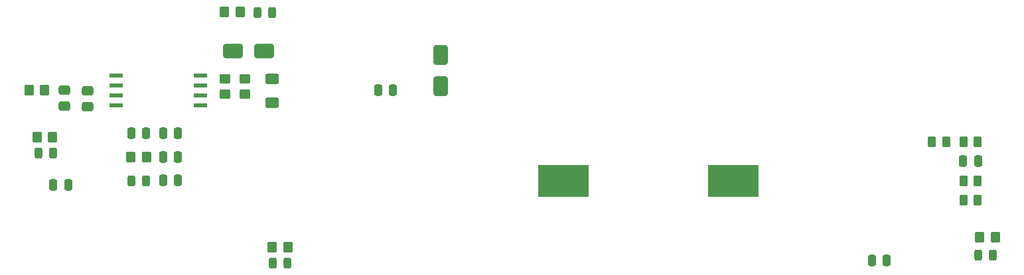
<source format=gbr>
%TF.GenerationSoftware,KiCad,Pcbnew,9.0.0*%
%TF.CreationDate,2025-03-06T09:36:57-05:00*%
%TF.ProjectId,PCB_Tutorial_Lect,5043425f-5475-4746-9f72-69616c5f4c65,rev?*%
%TF.SameCoordinates,Original*%
%TF.FileFunction,Paste,Top*%
%TF.FilePolarity,Positive*%
%FSLAX46Y46*%
G04 Gerber Fmt 4.6, Leading zero omitted, Abs format (unit mm)*
G04 Created by KiCad (PCBNEW 9.0.0) date 2025-03-06 09:36:57*
%MOMM*%
%LPD*%
G01*
G04 APERTURE LIST*
G04 Aperture macros list*
%AMRoundRect*
0 Rectangle with rounded corners*
0 $1 Rounding radius*
0 $2 $3 $4 $5 $6 $7 $8 $9 X,Y pos of 4 corners*
0 Add a 4 corners polygon primitive as box body*
4,1,4,$2,$3,$4,$5,$6,$7,$8,$9,$2,$3,0*
0 Add four circle primitives for the rounded corners*
1,1,$1+$1,$2,$3*
1,1,$1+$1,$4,$5*
1,1,$1+$1,$6,$7*
1,1,$1+$1,$8,$9*
0 Add four rect primitives between the rounded corners*
20,1,$1+$1,$2,$3,$4,$5,0*
20,1,$1+$1,$4,$5,$6,$7,0*
20,1,$1+$1,$6,$7,$8,$9,0*
20,1,$1+$1,$8,$9,$2,$3,0*%
G04 Aperture macros list end*
%ADD10RoundRect,0.250000X-0.650000X1.000000X-0.650000X-1.000000X0.650000X-1.000000X0.650000X1.000000X0*%
%ADD11RoundRect,0.250000X0.350000X0.450000X-0.350000X0.450000X-0.350000X-0.450000X0.350000X-0.450000X0*%
%ADD12RoundRect,0.250000X-0.262500X-0.450000X0.262500X-0.450000X0.262500X0.450000X-0.262500X0.450000X0*%
%ADD13RoundRect,0.250000X-0.250000X-0.475000X0.250000X-0.475000X0.250000X0.475000X-0.250000X0.475000X0*%
%ADD14RoundRect,0.243750X-0.243750X-0.456250X0.243750X-0.456250X0.243750X0.456250X-0.243750X0.456250X0*%
%ADD15RoundRect,0.250000X0.450000X-0.350000X0.450000X0.350000X-0.450000X0.350000X-0.450000X-0.350000X0*%
%ADD16RoundRect,0.250000X-1.000000X-0.650000X1.000000X-0.650000X1.000000X0.650000X-1.000000X0.650000X0*%
%ADD17RoundRect,0.250000X0.250000X0.475000X-0.250000X0.475000X-0.250000X-0.475000X0.250000X-0.475000X0*%
%ADD18RoundRect,0.243750X0.243750X0.456250X-0.243750X0.456250X-0.243750X-0.456250X0.243750X-0.456250X0*%
%ADD19RoundRect,0.250000X-0.350000X-0.450000X0.350000X-0.450000X0.350000X0.450000X-0.350000X0.450000X0*%
%ADD20RoundRect,0.250000X-0.475000X0.337500X-0.475000X-0.337500X0.475000X-0.337500X0.475000X0.337500X0*%
%ADD21RoundRect,0.250000X0.262500X0.450000X-0.262500X0.450000X-0.262500X-0.450000X0.262500X-0.450000X0*%
%ADD22R,1.701800X0.558800*%
%ADD23R,6.451600X4.114800*%
%ADD24RoundRect,0.250000X0.625000X-0.400000X0.625000X0.400000X-0.625000X0.400000X-0.625000X-0.400000X0*%
G04 APERTURE END LIST*
D10*
%TO.C,D1*%
X100464000Y-72446000D03*
X100464000Y-76446000D03*
%TD*%
D11*
%TO.C,R7*%
X171229000Y-95676354D03*
X169229000Y-95676354D03*
%TD*%
D12*
%TO.C,R2*%
X167175000Y-91000000D03*
X169000000Y-91000000D03*
%TD*%
D13*
%TO.C,C11*%
X65054000Y-85446000D03*
X66954000Y-85446000D03*
%TD*%
D14*
%TO.C,D5*%
X61000000Y-88500000D03*
X62875000Y-88500000D03*
%TD*%
D15*
%TO.C,R10*%
X75464000Y-77446000D03*
X75464000Y-75446000D03*
%TD*%
D16*
%TO.C,D6*%
X73964000Y-71946000D03*
X77964000Y-71946000D03*
%TD*%
D14*
%TO.C,D2*%
X79026500Y-99000000D03*
X80901500Y-99000000D03*
%TD*%
D15*
%TO.C,R11*%
X72964000Y-77446000D03*
X72964000Y-75446000D03*
%TD*%
D17*
%TO.C,C7*%
X62914000Y-82446000D03*
X61014000Y-82446000D03*
%TD*%
D18*
%TO.C,D3*%
X170937500Y-98000000D03*
X169062500Y-98000000D03*
%TD*%
D19*
%TO.C,R9*%
X47964000Y-76946000D03*
X49964000Y-76946000D03*
%TD*%
D13*
%TO.C,C4*%
X92514000Y-76946000D03*
X94414000Y-76946000D03*
%TD*%
D11*
%TO.C,R13*%
X74901500Y-66946000D03*
X72901500Y-66946000D03*
%TD*%
D20*
%TO.C,C9*%
X52464000Y-76908500D03*
X52464000Y-78983500D03*
%TD*%
D14*
%TO.C,D4*%
X49125000Y-85000000D03*
X51000000Y-85000000D03*
%TD*%
%TO.C,D7*%
X77062500Y-67000000D03*
X78937500Y-67000000D03*
%TD*%
D21*
%TO.C,R1*%
X169000000Y-88500000D03*
X167175000Y-88500000D03*
%TD*%
D22*
%TO.C,U5*%
X59079200Y-75041000D03*
X59079200Y-76311000D03*
X59079200Y-77581000D03*
X59079200Y-78851000D03*
X69848800Y-78851000D03*
X69848800Y-77581000D03*
X69848800Y-76311000D03*
X69848800Y-75041000D03*
%TD*%
D21*
%TO.C,R3*%
X169000000Y-83500000D03*
X167175000Y-83500000D03*
%TD*%
D13*
%TO.C,C1*%
X167137500Y-86000000D03*
X169037500Y-86000000D03*
%TD*%
D20*
%TO.C,C8*%
X55464000Y-76958500D03*
X55464000Y-79033500D03*
%TD*%
D13*
%TO.C,C2*%
X155500000Y-98712500D03*
X157400000Y-98712500D03*
%TD*%
D23*
%TO.C,L1*%
X116150199Y-88500000D03*
X137849801Y-88500000D03*
%TD*%
D12*
%TO.C,R4*%
X163125000Y-83500000D03*
X164950000Y-83500000D03*
%TD*%
D24*
%TO.C,R12*%
X78964000Y-78546000D03*
X78964000Y-75446000D03*
%TD*%
D13*
%TO.C,C12*%
X65054000Y-88456000D03*
X66954000Y-88456000D03*
%TD*%
%TO.C,C6*%
X51054000Y-89021000D03*
X52954000Y-89021000D03*
%TD*%
D19*
%TO.C,R8*%
X48964000Y-82946000D03*
X50964000Y-82946000D03*
%TD*%
D13*
%TO.C,C10*%
X65054000Y-82436000D03*
X66954000Y-82436000D03*
%TD*%
D19*
%TO.C,R6*%
X78964000Y-96946000D03*
X80964000Y-96946000D03*
%TD*%
D11*
%TO.C,R5*%
X62964000Y-85446000D03*
X60964000Y-85446000D03*
%TD*%
M02*

</source>
